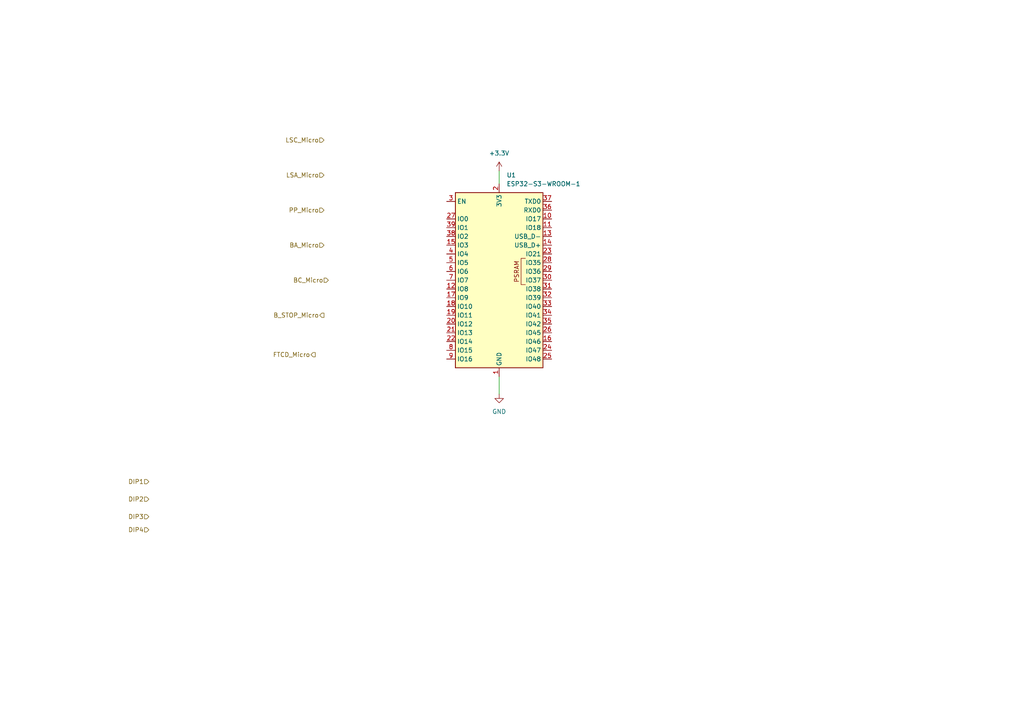
<source format=kicad_sch>
(kicad_sch
	(version 20250114)
	(generator "eeschema")
	(generator_version "9.0")
	(uuid "736392ec-9a19-464f-97c7-fa5bd2e16f22")
	(paper "A4")
	(lib_symbols
		(symbol "RF_Module:ESP32-S3-WROOM-1"
			(exclude_from_sim no)
			(in_bom yes)
			(on_board yes)
			(property "Reference" "U"
				(at -12.7 26.67 0)
				(effects
					(font
						(size 1.27 1.27)
					)
				)
			)
			(property "Value" "ESP32-S3-WROOM-1"
				(at 12.7 26.67 0)
				(effects
					(font
						(size 1.27 1.27)
					)
				)
			)
			(property "Footprint" "RF_Module:ESP32-S3-WROOM-1"
				(at 0 2.54 0)
				(effects
					(font
						(size 1.27 1.27)
					)
					(hide yes)
				)
			)
			(property "Datasheet" "https://www.espressif.com/sites/default/files/documentation/esp32-s3-wroom-1_wroom-1u_datasheet_en.pdf"
				(at 0 0 0)
				(effects
					(font
						(size 1.27 1.27)
					)
					(hide yes)
				)
			)
			(property "Description" "RF Module, ESP32-S3 SoC, Wi-Fi 802.11b/g/n, Bluetooth, BLE, 32-bit, 3.3V, onboard antenna, SMD"
				(at 0 0 0)
				(effects
					(font
						(size 1.27 1.27)
					)
					(hide yes)
				)
			)
			(property "ki_keywords" "RF Radio BT ESP ESP32-S3 Espressif onboard PCB antenna"
				(at 0 0 0)
				(effects
					(font
						(size 1.27 1.27)
					)
					(hide yes)
				)
			)
			(property "ki_fp_filters" "ESP32?S3?WROOM?1*"
				(at 0 0 0)
				(effects
					(font
						(size 1.27 1.27)
					)
					(hide yes)
				)
			)
			(symbol "ESP32-S3-WROOM-1_0_0"
				(rectangle
					(start -12.7 25.4)
					(end 12.7 -25.4)
					(stroke
						(width 0.254)
						(type default)
					)
					(fill
						(type background)
					)
				)
				(text "PSRAM"
					(at 5.08 2.54 900)
					(effects
						(font
							(size 1.27 1.27)
						)
					)
				)
			)
			(symbol "ESP32-S3-WROOM-1_0_1"
				(polyline
					(pts
						(xy 7.62 -1.27) (xy 6.35 -1.27) (xy 6.35 6.35) (xy 7.62 6.35)
					)
					(stroke
						(width 0)
						(type default)
					)
					(fill
						(type none)
					)
				)
			)
			(symbol "ESP32-S3-WROOM-1_1_1"
				(pin input line
					(at -15.24 22.86 0)
					(length 2.54)
					(name "EN"
						(effects
							(font
								(size 1.27 1.27)
							)
						)
					)
					(number "3"
						(effects
							(font
								(size 1.27 1.27)
							)
						)
					)
				)
				(pin bidirectional line
					(at -15.24 17.78 0)
					(length 2.54)
					(name "IO0"
						(effects
							(font
								(size 1.27 1.27)
							)
						)
					)
					(number "27"
						(effects
							(font
								(size 1.27 1.27)
							)
						)
					)
				)
				(pin bidirectional line
					(at -15.24 15.24 0)
					(length 2.54)
					(name "IO1"
						(effects
							(font
								(size 1.27 1.27)
							)
						)
					)
					(number "39"
						(effects
							(font
								(size 1.27 1.27)
							)
						)
					)
				)
				(pin bidirectional line
					(at -15.24 12.7 0)
					(length 2.54)
					(name "IO2"
						(effects
							(font
								(size 1.27 1.27)
							)
						)
					)
					(number "38"
						(effects
							(font
								(size 1.27 1.27)
							)
						)
					)
				)
				(pin bidirectional line
					(at -15.24 10.16 0)
					(length 2.54)
					(name "IO3"
						(effects
							(font
								(size 1.27 1.27)
							)
						)
					)
					(number "15"
						(effects
							(font
								(size 1.27 1.27)
							)
						)
					)
				)
				(pin bidirectional line
					(at -15.24 7.62 0)
					(length 2.54)
					(name "IO4"
						(effects
							(font
								(size 1.27 1.27)
							)
						)
					)
					(number "4"
						(effects
							(font
								(size 1.27 1.27)
							)
						)
					)
				)
				(pin bidirectional line
					(at -15.24 5.08 0)
					(length 2.54)
					(name "IO5"
						(effects
							(font
								(size 1.27 1.27)
							)
						)
					)
					(number "5"
						(effects
							(font
								(size 1.27 1.27)
							)
						)
					)
				)
				(pin bidirectional line
					(at -15.24 2.54 0)
					(length 2.54)
					(name "IO6"
						(effects
							(font
								(size 1.27 1.27)
							)
						)
					)
					(number "6"
						(effects
							(font
								(size 1.27 1.27)
							)
						)
					)
				)
				(pin bidirectional line
					(at -15.24 0 0)
					(length 2.54)
					(name "IO7"
						(effects
							(font
								(size 1.27 1.27)
							)
						)
					)
					(number "7"
						(effects
							(font
								(size 1.27 1.27)
							)
						)
					)
				)
				(pin bidirectional line
					(at -15.24 -2.54 0)
					(length 2.54)
					(name "IO8"
						(effects
							(font
								(size 1.27 1.27)
							)
						)
					)
					(number "12"
						(effects
							(font
								(size 1.27 1.27)
							)
						)
					)
				)
				(pin bidirectional line
					(at -15.24 -5.08 0)
					(length 2.54)
					(name "IO9"
						(effects
							(font
								(size 1.27 1.27)
							)
						)
					)
					(number "17"
						(effects
							(font
								(size 1.27 1.27)
							)
						)
					)
				)
				(pin bidirectional line
					(at -15.24 -7.62 0)
					(length 2.54)
					(name "IO10"
						(effects
							(font
								(size 1.27 1.27)
							)
						)
					)
					(number "18"
						(effects
							(font
								(size 1.27 1.27)
							)
						)
					)
				)
				(pin bidirectional line
					(at -15.24 -10.16 0)
					(length 2.54)
					(name "IO11"
						(effects
							(font
								(size 1.27 1.27)
							)
						)
					)
					(number "19"
						(effects
							(font
								(size 1.27 1.27)
							)
						)
					)
				)
				(pin bidirectional line
					(at -15.24 -12.7 0)
					(length 2.54)
					(name "IO12"
						(effects
							(font
								(size 1.27 1.27)
							)
						)
					)
					(number "20"
						(effects
							(font
								(size 1.27 1.27)
							)
						)
					)
				)
				(pin bidirectional line
					(at -15.24 -15.24 0)
					(length 2.54)
					(name "IO13"
						(effects
							(font
								(size 1.27 1.27)
							)
						)
					)
					(number "21"
						(effects
							(font
								(size 1.27 1.27)
							)
						)
					)
				)
				(pin bidirectional line
					(at -15.24 -17.78 0)
					(length 2.54)
					(name "IO14"
						(effects
							(font
								(size 1.27 1.27)
							)
						)
					)
					(number "22"
						(effects
							(font
								(size 1.27 1.27)
							)
						)
					)
				)
				(pin bidirectional line
					(at -15.24 -20.32 0)
					(length 2.54)
					(name "IO15"
						(effects
							(font
								(size 1.27 1.27)
							)
						)
					)
					(number "8"
						(effects
							(font
								(size 1.27 1.27)
							)
						)
					)
				)
				(pin bidirectional line
					(at -15.24 -22.86 0)
					(length 2.54)
					(name "IO16"
						(effects
							(font
								(size 1.27 1.27)
							)
						)
					)
					(number "9"
						(effects
							(font
								(size 1.27 1.27)
							)
						)
					)
				)
				(pin power_in line
					(at 0 27.94 270)
					(length 2.54)
					(name "3V3"
						(effects
							(font
								(size 1.27 1.27)
							)
						)
					)
					(number "2"
						(effects
							(font
								(size 1.27 1.27)
							)
						)
					)
				)
				(pin power_in line
					(at 0 -27.94 90)
					(length 2.54)
					(name "GND"
						(effects
							(font
								(size 1.27 1.27)
							)
						)
					)
					(number "1"
						(effects
							(font
								(size 1.27 1.27)
							)
						)
					)
				)
				(pin passive line
					(at 0 -27.94 90)
					(length 2.54)
					(hide yes)
					(name "GND"
						(effects
							(font
								(size 1.27 1.27)
							)
						)
					)
					(number "40"
						(effects
							(font
								(size 1.27 1.27)
							)
						)
					)
				)
				(pin passive line
					(at 0 -27.94 90)
					(length 2.54)
					(hide yes)
					(name "GND"
						(effects
							(font
								(size 1.27 1.27)
							)
						)
					)
					(number "41"
						(effects
							(font
								(size 1.27 1.27)
							)
						)
					)
				)
				(pin bidirectional line
					(at 15.24 22.86 180)
					(length 2.54)
					(name "TXD0"
						(effects
							(font
								(size 1.27 1.27)
							)
						)
					)
					(number "37"
						(effects
							(font
								(size 1.27 1.27)
							)
						)
					)
				)
				(pin bidirectional line
					(at 15.24 20.32 180)
					(length 2.54)
					(name "RXD0"
						(effects
							(font
								(size 1.27 1.27)
							)
						)
					)
					(number "36"
						(effects
							(font
								(size 1.27 1.27)
							)
						)
					)
				)
				(pin bidirectional line
					(at 15.24 17.78 180)
					(length 2.54)
					(name "IO17"
						(effects
							(font
								(size 1.27 1.27)
							)
						)
					)
					(number "10"
						(effects
							(font
								(size 1.27 1.27)
							)
						)
					)
				)
				(pin bidirectional line
					(at 15.24 15.24 180)
					(length 2.54)
					(name "IO18"
						(effects
							(font
								(size 1.27 1.27)
							)
						)
					)
					(number "11"
						(effects
							(font
								(size 1.27 1.27)
							)
						)
					)
				)
				(pin bidirectional line
					(at 15.24 12.7 180)
					(length 2.54)
					(name "USB_D-"
						(effects
							(font
								(size 1.27 1.27)
							)
						)
					)
					(number "13"
						(effects
							(font
								(size 1.27 1.27)
							)
						)
					)
					(alternate "IO19" bidirectional line)
				)
				(pin bidirectional line
					(at 15.24 10.16 180)
					(length 2.54)
					(name "USB_D+"
						(effects
							(font
								(size 1.27 1.27)
							)
						)
					)
					(number "14"
						(effects
							(font
								(size 1.27 1.27)
							)
						)
					)
					(alternate "IO20" bidirectional line)
				)
				(pin bidirectional line
					(at 15.24 7.62 180)
					(length 2.54)
					(name "IO21"
						(effects
							(font
								(size 1.27 1.27)
							)
						)
					)
					(number "23"
						(effects
							(font
								(size 1.27 1.27)
							)
						)
					)
				)
				(pin bidirectional line
					(at 15.24 5.08 180)
					(length 2.54)
					(name "IO35"
						(effects
							(font
								(size 1.27 1.27)
							)
						)
					)
					(number "28"
						(effects
							(font
								(size 1.27 1.27)
							)
						)
					)
				)
				(pin bidirectional line
					(at 15.24 2.54 180)
					(length 2.54)
					(name "IO36"
						(effects
							(font
								(size 1.27 1.27)
							)
						)
					)
					(number "29"
						(effects
							(font
								(size 1.27 1.27)
							)
						)
					)
				)
				(pin bidirectional line
					(at 15.24 0 180)
					(length 2.54)
					(name "IO37"
						(effects
							(font
								(size 1.27 1.27)
							)
						)
					)
					(number "30"
						(effects
							(font
								(size 1.27 1.27)
							)
						)
					)
				)
				(pin bidirectional line
					(at 15.24 -2.54 180)
					(length 2.54)
					(name "IO38"
						(effects
							(font
								(size 1.27 1.27)
							)
						)
					)
					(number "31"
						(effects
							(font
								(size 1.27 1.27)
							)
						)
					)
				)
				(pin bidirectional line
					(at 15.24 -5.08 180)
					(length 2.54)
					(name "IO39"
						(effects
							(font
								(size 1.27 1.27)
							)
						)
					)
					(number "32"
						(effects
							(font
								(size 1.27 1.27)
							)
						)
					)
				)
				(pin bidirectional line
					(at 15.24 -7.62 180)
					(length 2.54)
					(name "IO40"
						(effects
							(font
								(size 1.27 1.27)
							)
						)
					)
					(number "33"
						(effects
							(font
								(size 1.27 1.27)
							)
						)
					)
				)
				(pin bidirectional line
					(at 15.24 -10.16 180)
					(length 2.54)
					(name "IO41"
						(effects
							(font
								(size 1.27 1.27)
							)
						)
					)
					(number "34"
						(effects
							(font
								(size 1.27 1.27)
							)
						)
					)
				)
				(pin bidirectional line
					(at 15.24 -12.7 180)
					(length 2.54)
					(name "IO42"
						(effects
							(font
								(size 1.27 1.27)
							)
						)
					)
					(number "35"
						(effects
							(font
								(size 1.27 1.27)
							)
						)
					)
				)
				(pin bidirectional line
					(at 15.24 -15.24 180)
					(length 2.54)
					(name "IO45"
						(effects
							(font
								(size 1.27 1.27)
							)
						)
					)
					(number "26"
						(effects
							(font
								(size 1.27 1.27)
							)
						)
					)
				)
				(pin bidirectional line
					(at 15.24 -17.78 180)
					(length 2.54)
					(name "IO46"
						(effects
							(font
								(size 1.27 1.27)
							)
						)
					)
					(number "16"
						(effects
							(font
								(size 1.27 1.27)
							)
						)
					)
				)
				(pin bidirectional line
					(at 15.24 -20.32 180)
					(length 2.54)
					(name "IO47"
						(effects
							(font
								(size 1.27 1.27)
							)
						)
					)
					(number "24"
						(effects
							(font
								(size 1.27 1.27)
							)
						)
					)
				)
				(pin bidirectional line
					(at 15.24 -22.86 180)
					(length 2.54)
					(name "IO48"
						(effects
							(font
								(size 1.27 1.27)
							)
						)
					)
					(number "25"
						(effects
							(font
								(size 1.27 1.27)
							)
						)
					)
				)
			)
			(embedded_fonts no)
		)
		(symbol "power:+3.3V"
			(power)
			(pin_numbers
				(hide yes)
			)
			(pin_names
				(offset 0)
				(hide yes)
			)
			(exclude_from_sim no)
			(in_bom yes)
			(on_board yes)
			(property "Reference" "#PWR"
				(at 0 -3.81 0)
				(effects
					(font
						(size 1.27 1.27)
					)
					(hide yes)
				)
			)
			(property "Value" "+3.3V"
				(at 0 3.556 0)
				(effects
					(font
						(size 1.27 1.27)
					)
				)
			)
			(property "Footprint" ""
				(at 0 0 0)
				(effects
					(font
						(size 1.27 1.27)
					)
					(hide yes)
				)
			)
			(property "Datasheet" ""
				(at 0 0 0)
				(effects
					(font
						(size 1.27 1.27)
					)
					(hide yes)
				)
			)
			(property "Description" "Power symbol creates a global label with name \"+3.3V\""
				(at 0 0 0)
				(effects
					(font
						(size 1.27 1.27)
					)
					(hide yes)
				)
			)
			(property "ki_keywords" "global power"
				(at 0 0 0)
				(effects
					(font
						(size 1.27 1.27)
					)
					(hide yes)
				)
			)
			(symbol "+3.3V_0_1"
				(polyline
					(pts
						(xy -0.762 1.27) (xy 0 2.54)
					)
					(stroke
						(width 0)
						(type default)
					)
					(fill
						(type none)
					)
				)
				(polyline
					(pts
						(xy 0 2.54) (xy 0.762 1.27)
					)
					(stroke
						(width 0)
						(type default)
					)
					(fill
						(type none)
					)
				)
				(polyline
					(pts
						(xy 0 0) (xy 0 2.54)
					)
					(stroke
						(width 0)
						(type default)
					)
					(fill
						(type none)
					)
				)
			)
			(symbol "+3.3V_1_1"
				(pin power_in line
					(at 0 0 90)
					(length 0)
					(name "~"
						(effects
							(font
								(size 1.27 1.27)
							)
						)
					)
					(number "1"
						(effects
							(font
								(size 1.27 1.27)
							)
						)
					)
				)
			)
			(embedded_fonts no)
		)
		(symbol "power:GND"
			(power)
			(pin_numbers
				(hide yes)
			)
			(pin_names
				(offset 0)
				(hide yes)
			)
			(exclude_from_sim no)
			(in_bom yes)
			(on_board yes)
			(property "Reference" "#PWR"
				(at 0 -6.35 0)
				(effects
					(font
						(size 1.27 1.27)
					)
					(hide yes)
				)
			)
			(property "Value" "GND"
				(at 0 -3.81 0)
				(effects
					(font
						(size 1.27 1.27)
					)
				)
			)
			(property "Footprint" ""
				(at 0 0 0)
				(effects
					(font
						(size 1.27 1.27)
					)
					(hide yes)
				)
			)
			(property "Datasheet" ""
				(at 0 0 0)
				(effects
					(font
						(size 1.27 1.27)
					)
					(hide yes)
				)
			)
			(property "Description" "Power symbol creates a global label with name \"GND\" , ground"
				(at 0 0 0)
				(effects
					(font
						(size 1.27 1.27)
					)
					(hide yes)
				)
			)
			(property "ki_keywords" "global power"
				(at 0 0 0)
				(effects
					(font
						(size 1.27 1.27)
					)
					(hide yes)
				)
			)
			(symbol "GND_0_1"
				(polyline
					(pts
						(xy 0 0) (xy 0 -1.27) (xy 1.27 -1.27) (xy 0 -2.54) (xy -1.27 -1.27) (xy 0 -1.27)
					)
					(stroke
						(width 0)
						(type default)
					)
					(fill
						(type none)
					)
				)
			)
			(symbol "GND_1_1"
				(pin power_in line
					(at 0 0 270)
					(length 0)
					(name "~"
						(effects
							(font
								(size 1.27 1.27)
							)
						)
					)
					(number "1"
						(effects
							(font
								(size 1.27 1.27)
							)
						)
					)
				)
			)
			(embedded_fonts no)
		)
	)
	(wire
		(pts
			(xy 144.78 49.53) (xy 144.78 53.34)
		)
		(stroke
			(width 0)
			(type default)
		)
		(uuid "3d48f1a5-4f03-4c25-b554-ddc70092f8f7")
	)
	(wire
		(pts
			(xy 144.78 109.22) (xy 144.78 114.3)
		)
		(stroke
			(width 0)
			(type default)
		)
		(uuid "bf9baa8b-3aa0-4899-b813-e0f0b4608610")
	)
	(hierarchical_label "DIP3"
		(shape input)
		(at 43.18 149.86 180)
		(effects
			(font
				(size 1.27 1.27)
			)
			(justify right)
		)
		(uuid "03e06c7f-8dd3-4429-82d8-ba7e45e5d729")
	)
	(hierarchical_label "BA_Micro"
		(shape input)
		(at 93.98 71.12 180)
		(effects
			(font
				(size 1.27 1.27)
			)
			(justify right)
		)
		(uuid "3cc7d2a8-80c3-4b51-b11d-fcccc68c37cf")
	)
	(hierarchical_label "LSC_Micro"
		(shape input)
		(at 93.98 40.64 180)
		(effects
			(font
				(size 1.27 1.27)
			)
			(justify right)
		)
		(uuid "634a500b-1815-4ad7-991a-dbe78902608f")
	)
	(hierarchical_label "DIP2"
		(shape input)
		(at 43.18 144.78 180)
		(effects
			(font
				(size 1.27 1.27)
			)
			(justify right)
		)
		(uuid "7c67357f-c937-46f8-9605-588224befe25")
	)
	(hierarchical_label "FTCD_Micro"
		(shape output)
		(at 91.44 102.87 180)
		(effects
			(font
				(size 1.27 1.27)
			)
			(justify right)
		)
		(uuid "a6a3b3a7-8066-4ee3-9f93-20d41e695446")
	)
	(hierarchical_label "BC_Micro"
		(shape input)
		(at 95.25 81.28 180)
		(effects
			(font
				(size 1.27 1.27)
			)
			(justify right)
		)
		(uuid "d15683d3-d52b-4957-993d-9cac271b9ac3")
	)
	(hierarchical_label "DIP4"
		(shape input)
		(at 43.18 153.67 180)
		(effects
			(font
				(size 1.27 1.27)
			)
			(justify right)
		)
		(uuid "d8fd9d00-e9cb-4bda-aaad-b6757968559c")
	)
	(hierarchical_label "DIP1"
		(shape input)
		(at 43.18 139.7 180)
		(effects
			(font
				(size 1.27 1.27)
			)
			(justify right)
		)
		(uuid "dd360ca7-6db3-4be4-af6d-309a559b1829")
	)
	(hierarchical_label "LSA_Micro"
		(shape input)
		(at 93.98 50.8 180)
		(effects
			(font
				(size 1.27 1.27)
			)
			(justify right)
		)
		(uuid "e224aa90-17c7-4b70-9dd4-41c4221d6cf8")
	)
	(hierarchical_label "PP_Micro"
		(shape input)
		(at 93.98 60.96 180)
		(effects
			(font
				(size 1.27 1.27)
			)
			(justify right)
		)
		(uuid "f2257897-ae0d-44ee-9854-f2aada864ca9")
	)
	(hierarchical_label "B_STOP_Micro"
		(shape output)
		(at 93.98 91.44 180)
		(effects
			(font
				(size 1.27 1.27)
			)
			(justify right)
		)
		(uuid "fec34b9c-6ec6-42ee-ad7f-b8f4904e6559")
	)
	(symbol
		(lib_id "power:GND")
		(at 144.78 114.3 0)
		(unit 1)
		(exclude_from_sim no)
		(in_bom yes)
		(on_board yes)
		(dnp no)
		(fields_autoplaced yes)
		(uuid "29002846-497f-460e-94a4-13a8f8d6e6ec")
		(property "Reference" "#PWR010"
			(at 144.78 120.65 0)
			(effects
				(font
					(size 1.27 1.27)
				)
				(hide yes)
			)
		)
		(property "Value" "GND"
			(at 144.78 119.38 0)
			(effects
				(font
					(size 1.27 1.27)
				)
			)
		)
		(property "Footprint" ""
			(at 144.78 114.3 0)
			(effects
				(font
					(size 1.27 1.27)
				)
				(hide yes)
			)
		)
		(property "Datasheet" ""
			(at 144.78 114.3 0)
			(effects
				(font
					(size 1.27 1.27)
				)
				(hide yes)
			)
		)
		(property "Description" "Power symbol creates a global label with name \"GND\" , ground"
			(at 144.78 114.3 0)
			(effects
				(font
					(size 1.27 1.27)
				)
				(hide yes)
			)
		)
		(pin "1"
			(uuid "c11c4a5d-89bc-45d5-bbfb-cb4c721166b5")
		)
		(instances
			(project ""
				(path "/3dc9151e-2269-486b-a333-294da30e5c12/89682661-a5af-4e01-91f4-ddf79f61a74f/789938ee-f788-44c7-ba63-cd968574ee84"
					(reference "#PWR010")
					(unit 1)
				)
			)
		)
	)
	(symbol
		(lib_id "power:+3.3V")
		(at 144.78 49.53 0)
		(unit 1)
		(exclude_from_sim no)
		(in_bom yes)
		(on_board yes)
		(dnp no)
		(fields_autoplaced yes)
		(uuid "a72ef2cd-f1d8-45a8-9dcb-99bed1c8b302")
		(property "Reference" "#PWR09"
			(at 144.78 53.34 0)
			(effects
				(font
					(size 1.27 1.27)
				)
				(hide yes)
			)
		)
		(property "Value" "+3.3V"
			(at 144.78 44.45 0)
			(effects
				(font
					(size 1.27 1.27)
				)
			)
		)
		(property "Footprint" ""
			(at 144.78 49.53 0)
			(effects
				(font
					(size 1.27 1.27)
				)
				(hide yes)
			)
		)
		(property "Datasheet" ""
			(at 144.78 49.53 0)
			(effects
				(font
					(size 1.27 1.27)
				)
				(hide yes)
			)
		)
		(property "Description" "Power symbol creates a global label with name \"+3.3V\""
			(at 144.78 49.53 0)
			(effects
				(font
					(size 1.27 1.27)
				)
				(hide yes)
			)
		)
		(pin "1"
			(uuid "0f15f94a-ae23-46c4-b8cb-e31a1c672ef8")
		)
		(instances
			(project ""
				(path "/3dc9151e-2269-486b-a333-294da30e5c12/89682661-a5af-4e01-91f4-ddf79f61a74f/789938ee-f788-44c7-ba63-cd968574ee84"
					(reference "#PWR09")
					(unit 1)
				)
			)
		)
	)
	(symbol
		(lib_id "RF_Module:ESP32-S3-WROOM-1")
		(at 144.78 81.28 0)
		(unit 1)
		(exclude_from_sim no)
		(in_bom yes)
		(on_board yes)
		(dnp no)
		(fields_autoplaced yes)
		(uuid "c23cd8bc-6b19-40d3-9121-25d057fb61ca")
		(property "Reference" "U1"
			(at 146.9233 50.8 0)
			(effects
				(font
					(size 1.27 1.27)
				)
				(justify left)
			)
		)
		(property "Value" "ESP32-S3-WROOM-1"
			(at 146.9233 53.34 0)
			(effects
				(font
					(size 1.27 1.27)
				)
				(justify left)
			)
		)
		(property "Footprint" "RF_Module:ESP32-S3-WROOM-1"
			(at 144.78 78.74 0)
			(effects
				(font
					(size 1.27 1.27)
				)
				(hide yes)
			)
		)
		(property "Datasheet" "https://www.espressif.com/sites/default/files/documentation/esp32-s3-wroom-1_wroom-1u_datasheet_en.pdf"
			(at 144.78 81.28 0)
			(effects
				(font
					(size 1.27 1.27)
				)
				(hide yes)
			)
		)
		(property "Description" "RF Module, ESP32-S3 SoC, Wi-Fi 802.11b/g/n, Bluetooth, BLE, 32-bit, 3.3V, onboard antenna, SMD"
			(at 144.78 81.28 0)
			(effects
				(font
					(size 1.27 1.27)
				)
				(hide yes)
			)
		)
		(pin "22"
			(uuid "aaf732b2-ad9b-485b-8f9c-2b27b8203af7")
		)
		(pin "29"
			(uuid "b6ec0112-c255-450e-a514-e96dc7060ffe")
		)
		(pin "3"
			(uuid "8b8356fe-4b6c-4002-9839-4ed82640edc2")
		)
		(pin "21"
			(uuid "910c52ac-0c6f-4fb7-ae0e-8a683b5c2657")
		)
		(pin "36"
			(uuid "259f82db-5fae-4922-a87c-2e533a5f95dc")
		)
		(pin "14"
			(uuid "9a49d4db-3ad4-45e6-98db-ff0d05cc4884")
		)
		(pin "39"
			(uuid "009ea1da-3cb1-45d5-a923-82197c3b2a3f")
		)
		(pin "7"
			(uuid "16fee27b-4a3d-46f3-869c-ab864473c3ad")
		)
		(pin "15"
			(uuid "e75264c8-e75e-4a41-a2c8-bbe01f3720b1")
		)
		(pin "34"
			(uuid "85550145-87cd-4a6d-902e-42eaeac62a24")
		)
		(pin "2"
			(uuid "4c6b444e-23ae-4165-8672-b4d0efdc9001")
		)
		(pin "25"
			(uuid "489a94b5-c397-4d7b-92d2-aeb3ac9ebb89")
		)
		(pin "16"
			(uuid "d1a547c7-f608-4944-bcbb-5a1a51d4388b")
		)
		(pin "30"
			(uuid "79c83f58-52a5-4a69-8472-3c6ace2ab47c")
		)
		(pin "5"
			(uuid "9d456f5c-e0bd-4ab7-b5f8-da00041b12ed")
		)
		(pin "32"
			(uuid "ff814bbc-3b26-4b0d-8404-57395a1fb29d")
		)
		(pin "8"
			(uuid "378ae5ae-7008-4d52-ad12-ae6863d54084")
		)
		(pin "31"
			(uuid "c3dd81c4-f664-4922-8979-73b127143706")
		)
		(pin "6"
			(uuid "d31bdcf9-b70e-4496-9d6d-cabf7ca2b5b4")
		)
		(pin "12"
			(uuid "3915a7f2-ac4a-4f0f-a74b-e1a068a0d87e")
		)
		(pin "20"
			(uuid "a215da2c-11ec-4e28-a653-d8da857719ef")
		)
		(pin "40"
			(uuid "ff792d75-f12b-4d9a-9faf-5bd8758c98e4")
		)
		(pin "18"
			(uuid "11a52a03-2d0a-4867-ba84-3bf94fc84ebd")
		)
		(pin "37"
			(uuid "dc4a99ce-d268-4a90-8ced-d3f2fa7c0e29")
		)
		(pin "17"
			(uuid "c4a58596-c760-4586-9301-1b040bc9fba1")
		)
		(pin "38"
			(uuid "861a0ed2-0b21-492d-8c39-c28dc53c1812")
		)
		(pin "4"
			(uuid "52f7434f-4db6-4963-a817-58159366f17e")
		)
		(pin "19"
			(uuid "0dc56b87-2d62-489d-9799-c9d99568d68e")
		)
		(pin "41"
			(uuid "b1328cbb-4ac4-4c9f-807c-65daff7481c5")
		)
		(pin "28"
			(uuid "3c9bdb0d-a099-452b-b28e-c40283dfbe2a")
		)
		(pin "33"
			(uuid "5fc4e60e-aedd-4452-91cd-eb092746a090")
		)
		(pin "11"
			(uuid "2309e69c-dd56-4486-988d-2153f477afeb")
		)
		(pin "35"
			(uuid "86347d8f-7bf2-4c48-b876-019333f28669")
		)
		(pin "10"
			(uuid "885530e8-ec5f-4027-9653-d7da57054cbf")
		)
		(pin "27"
			(uuid "66737363-79bf-40e7-939c-51877f26635d")
		)
		(pin "1"
			(uuid "37de0e13-6b0c-4184-842b-df7db8d0a679")
		)
		(pin "13"
			(uuid "970d3ba1-7b93-4372-a927-b024cde8283b")
		)
		(pin "23"
			(uuid "8614c40f-a482-4eb1-8d40-d8937d59761d")
		)
		(pin "9"
			(uuid "b1df6676-1606-487f-a645-3d69988ecb58")
		)
		(pin "26"
			(uuid "6842da07-04bc-4d4d-bc94-7214c15f114d")
		)
		(pin "24"
			(uuid "668488d3-e953-4cb1-8fd3-cf277efa765d")
		)
		(instances
			(project ""
				(path "/3dc9151e-2269-486b-a333-294da30e5c12/89682661-a5af-4e01-91f4-ddf79f61a74f/789938ee-f788-44c7-ba63-cd968574ee84"
					(reference "U1")
					(unit 1)
				)
			)
		)
	)
)

</source>
